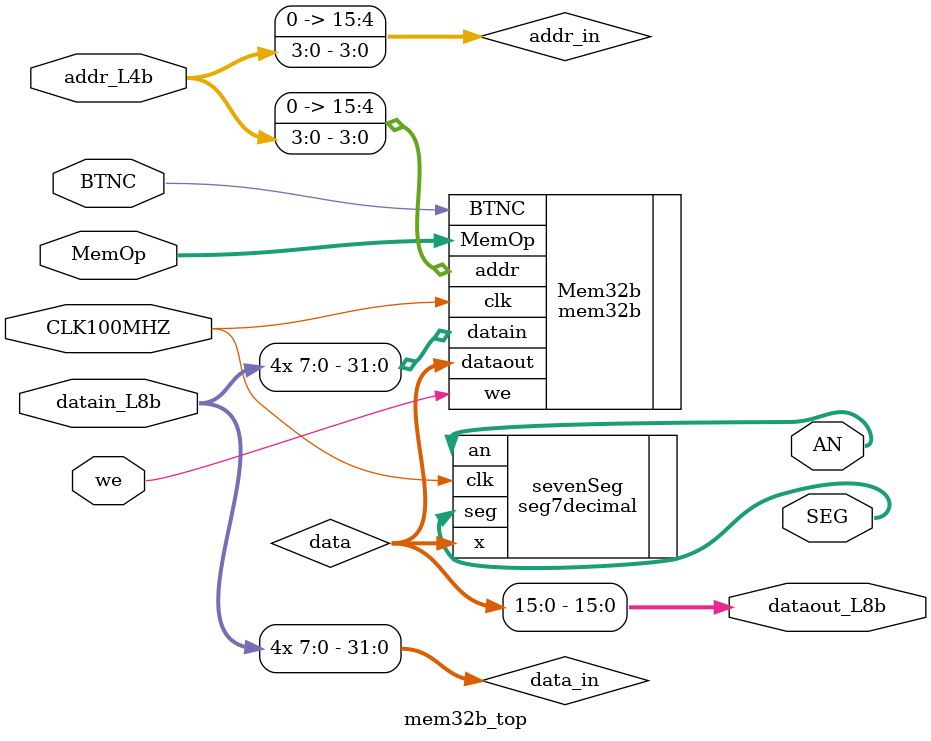
<source format=v>
`timescale 1ns / 1ps


module mem32b_top(
    output [6:0]SEG,     
    output [7:0]AN,              //ÏÔÊ¾32Î»Êä³öÊýÖµ
    output [15:0] dataout_L8b,   //Êä³öÊý¾ÝµÍ16Î»
    input CLK100MHZ,            //ÏµÍ³Ê±ÖÓÐÅºÅ
    input BTNC,                 //¸´Î»ÇåÁãÐÅºÅ
    input [2:0] MemOp,          //¶ÁÐ´×Ö½ÚÊý¿ØÖÆÐÅºÅ
    input we,                   //´æ´¢Æ÷Ð´Ê¹ÄÜÐÅºÅ£¬¸ßµçÆ½Ê±ÔÊÐíÐ´ÈëÊý¾Ý
    input [3:0] addr_L4b,           //µØÖ·Î»µÍ4Î»£¬¸ßÎ»¿ÉÒÔÖ¸¶¨Îª0»òÆäËûÈÎÒâÖµ
    input [7:0] datain_L8b          //ÊäÈëÊý¾ÝµÍ8Î»£¬¿ÉÖØ¸´4´Î£¬»ò¸ßÎ»Ö¸¶¨ÎªÈÎÒâÖµ
 );
 // Add your code here 
wire [31:0] data_in;

assign data_in[7:0]=datain_L8b;
assign data_in[15:8]=datain_L8b;
assign data_in[23:16]=datain_L8b;
assign data_in[31:24]=datain_L8b;
wire [15:0] addr_in;
assign addr_in[15:4]=12'h000;
assign addr_in[3:0]=addr_L4b;
wire [31:0] data;
assign dataout_L8b=data[15:0];
mem32b Mem32b(
    .BTNC(BTNC),
   .dataout(data[31:0]),  
   .clk(CLK100MHZ),                  
   .we(we),                   
   .MemOp(MemOp[2:0]),      
   .datain(data_in[31:0]),        
   .addr(addr_in)           
);
seg7decimal sevenSeg (
.x(data[31:0]),
.clk(CLK100MHZ),
.seg(SEG[6:0]),
.an(AN[7:0])
);
endmodule

</source>
